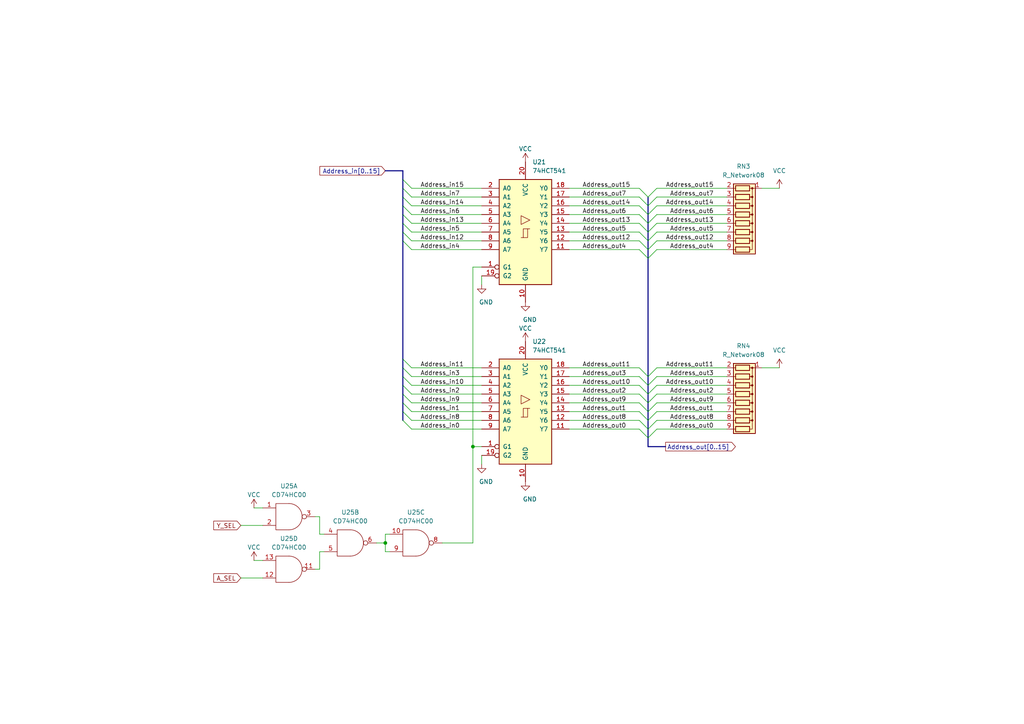
<source format=kicad_sch>
(kicad_sch (version 20211123) (generator eeschema)
  (paper "A4")
  (lib_symbols
    (symbol "74xx:74HCT541" (pin_names (offset 1.016))
      (property "Reference" "U" (at -7.62 16.51 0))
      (property "Value" "74HCT541" (at -7.62 -16.51 0))
      (symbol "74HCT541_1_0"
        (polyline (pts (xy -0.635 -1.6002) (xy -0.635 0.9398) (xy 0.635 0.9398)))
        (polyline (pts (xy -1.27 -1.6002) (xy 0.635 -1.6002) (xy 0.635 0.9398) (xy 1.27 0.9398)))
        (polyline (pts (xy 1.27 3.4798) (xy -1.27 4.7498) (xy -1.27 2.2098) (xy 1.27 3.4798)) (stroke (width 0.1524)))
        (pin input inverted (at -12.7 -10.16 0) (length 5.08) (name "G1") (number "1"))
        (pin power_in line (at 0 -20.32 90) (length 5.08) (name "GND") (number "10"))
        (pin tri_state line (at 12.7 -5.08 180) (length 5.08) (name "Y7") (number "11"))
        (pin tri_state line (at 12.7 -2.54 180) (length 5.08) (name "Y6") (number "12"))
        (pin tri_state line (at 12.7 0 180) (length 5.08) (name "Y5") (number "13"))
        (pin tri_state line (at 12.7 2.54 180) (length 5.08) (name "Y4") (number "14"))
        (pin tri_state line (at 12.7 5.08 180) (length 5.08) (name "Y3") (number "15"))
        (pin tri_state line (at 12.7 7.62 180) (length 5.08) (name "Y2") (number "16"))
        (pin tri_state line (at 12.7 10.16 180) (length 5.08) (name "Y1") (number "17"))
        (pin tri_state line (at 12.7 12.7 180) (length 5.08) (name "Y0") (number "18"))
        (pin input inverted (at -12.7 -12.7 0) (length 5.08) (name "G2") (number "19"))
        (pin input line (at -12.7 12.7 0) (length 5.08) (name "A0") (number "2"))
        (pin power_in line (at 0 20.32 270) (length 5.08) (name "VCC") (number "20"))
        (pin input line (at -12.7 10.16 0) (length 5.08) (name "A1") (number "3"))
        (pin input line (at -12.7 7.62 0) (length 5.08) (name "A2") (number "4"))
        (pin input line (at -12.7 5.08 0) (length 5.08) (name "A3") (number "5"))
        (pin input line (at -12.7 2.54 0) (length 5.08) (name "A4") (number "6"))
        (pin input line (at -12.7 0 0) (length 5.08) (name "A5") (number "7"))
        (pin input line (at -12.7 -2.54 0) (length 5.08) (name "A6") (number "8"))
        (pin input line (at -12.7 -5.08 0) (length 5.08) (name "A7") (number "9"))
      )
      (symbol "74HCT541_1_1"
        (rectangle (start -7.62 15.24) (end 7.62 -15.24) (stroke (width 0.254)) (fill (type background)))
      )
    )
    (symbol "CD74HCXX:CD74HC00" (pin_names (offset 0.762))
      (property "Reference" "U" (at -2.54 6.985 0))
      (property "Value" "CD74HC00" (at 1.27 5.08 0))
      (symbol "CD74HC00_0_0"
        (pin power_in line (at -2.54 2.54 0) (length 0) hide (name "VCC") (number "14"))
        (pin power_in line (at -2.54 -2.54 0) (length 0) hide (name "GND") (number "7"))
      )
      (symbol "CD74HC00_0_1"
        (arc (start 0 -3.81) (mid 3.81 0) (end 0 3.81))
        (polyline (pts (xy 0 3.81) (xy -3.81 3.81) (xy -3.81 -3.81) (xy 0 -3.81)))
      )
      (symbol "CD74HC00_0_2"
        (arc (start -4.445 -3.81) (mid -3.175 0) (end -4.445 3.81))
        (arc (start -3.175 -3.81) (mid 0.803 -2.7954) (end 3.81 0))
        (polyline (pts (xy -4.445 -3.81) (xy -3.175 -3.81)))
        (polyline (pts (xy -4.445 3.81) (xy -3.175 3.81)))
        (arc (start 3.81 0) (mid 0.8099 2.8117) (end -3.175 3.81))
      )
      (symbol "CD74HC00_1_1"
        (pin input line (at -7.62 2.54 0) (length 3.81) (name "~") (number "1"))
        (pin input line (at -7.62 -2.54 0) (length 3.81) (name "~") (number "2"))
        (pin output inverted (at 7.62 0 180) (length 3.81) (name "~") (number "3"))
      )
      (symbol "CD74HC00_1_2"
        (pin input inverted (at -7.62 2.54 0) (length 3.81) (name "~") (number "1"))
        (pin input inverted (at -7.62 -2.54 0) (length 3.81) (name "~") (number "2"))
        (pin output line (at 7.62 0 180) (length 3.81) (name "~") (number "3"))
      )
      (symbol "CD74HC00_2_1"
        (pin input line (at -7.62 2.54 0) (length 3.81) (name "~") (number "4"))
        (pin input line (at -7.62 -2.54 0) (length 3.81) (name "~") (number "5"))
        (pin output inverted (at 7.62 0 180) (length 3.81) (name "~") (number "6"))
      )
      (symbol "CD74HC00_2_2"
        (pin input inverted (at -7.62 2.54 0) (length 3.81) (name "~") (number "4"))
        (pin input inverted (at -7.62 -2.54 0) (length 3.81) (name "~") (number "5"))
        (pin output line (at 7.62 0 180) (length 3.81) (name "~") (number "6"))
      )
      (symbol "CD74HC00_3_1"
        (pin input line (at -7.62 -2.54 0) (length 3.81) (name "~") (number "10"))
        (pin output inverted (at 7.62 0 180) (length 3.81) (name "~") (number "8"))
        (pin input line (at -7.62 2.54 0) (length 3.81) (name "~") (number "9"))
      )
      (symbol "CD74HC00_3_2"
        (pin input inverted (at -7.62 -2.54 0) (length 3.81) (name "~") (number "10"))
        (pin output line (at 7.62 0 180) (length 3.81) (name "~") (number "8"))
        (pin input inverted (at -7.62 2.54 0) (length 3.81) (name "~") (number "9"))
      )
      (symbol "CD74HC00_4_1"
        (pin output inverted (at 7.62 0 180) (length 3.81) (name "~") (number "11"))
        (pin input line (at -7.62 2.54 0) (length 3.81) (name "~") (number "12"))
        (pin input line (at -7.62 -2.54 0) (length 3.81) (name "~") (number "13"))
      )
      (symbol "CD74HC00_4_2"
        (pin output line (at 7.62 0 180) (length 3.81) (name "~") (number "11"))
        (pin input inverted (at -7.62 2.54 0) (length 3.81) (name "~") (number "12"))
        (pin input inverted (at -7.62 -2.54 0) (length 3.81) (name "~") (number "13"))
      )
    )
    (symbol "Device:R_Network08" (pin_names (offset 0) hide)
      (property "Reference" "RN" (at -12.7 0 90))
      (property "Value" "R_Network08" (at 10.16 0 90))
      (symbol "R_Network08_0_1"
        (rectangle (start -11.43 -3.175) (end 8.89 3.175) (stroke (width 0.254)) (fill (type background)))
        (rectangle (start -10.922 1.524) (end -9.398 -2.54) (stroke (width 0.254)))
        (circle (center -10.16 2.286) (radius 0.254) (fill (type outline)))
        (rectangle (start -8.382 1.524) (end -6.858 -2.54) (stroke (width 0.254)))
        (circle (center -7.62 2.286) (radius 0.254) (fill (type outline)))
        (rectangle (start -5.842 1.524) (end -4.318 -2.54) (stroke (width 0.254)))
        (circle (center -5.08 2.286) (radius 0.254) (fill (type outline)))
        (rectangle (start -3.302 1.524) (end -1.778 -2.54) (stroke (width 0.254)))
        (circle (center -2.54 2.286) (radius 0.254) (fill (type outline)))
        (rectangle (start -0.762 1.524) (end 0.762 -2.54) (stroke (width 0.254)))
        (polyline (pts (xy -10.16 -2.54) (xy -10.16 -3.81)))
        (polyline (pts (xy -7.62 -2.54) (xy -7.62 -3.81)))
        (polyline (pts (xy -5.08 -2.54) (xy -5.08 -3.81)))
        (polyline (pts (xy -2.54 -2.54) (xy -2.54 -3.81)))
        (polyline (pts (xy 0 -2.54) (xy 0 -3.81)))
        (polyline (pts (xy 2.54 -2.54) (xy 2.54 -3.81)))
        (polyline (pts (xy 5.08 -2.54) (xy 5.08 -3.81)))
        (polyline (pts (xy 7.62 -2.54) (xy 7.62 -3.81)))
        (polyline (pts (xy -10.16 1.524) (xy -10.16 2.286) (xy -7.62 2.286) (xy -7.62 1.524)))
        (polyline (pts (xy -7.62 1.524) (xy -7.62 2.286) (xy -5.08 2.286) (xy -5.08 1.524)))
        (polyline (pts (xy -5.08 1.524) (xy -5.08 2.286) (xy -2.54 2.286) (xy -2.54 1.524)))
        (polyline (pts (xy -2.54 1.524) (xy -2.54 2.286) (xy 0 2.286) (xy 0 1.524)))
        (polyline (pts (xy 0 1.524) (xy 0 2.286) (xy 2.54 2.286) (xy 2.54 1.524)))
        (polyline (pts (xy 2.54 1.524) (xy 2.54 2.286) (xy 5.08 2.286) (xy 5.08 1.524)))
        (polyline (pts (xy 5.08 1.524) (xy 5.08 2.286) (xy 7.62 2.286) (xy 7.62 1.524)))
        (circle (center 0 2.286) (radius 0.254) (fill (type outline)))
        (rectangle (start 1.778 1.524) (end 3.302 -2.54) (stroke (width 0.254)))
        (circle (center 2.54 2.286) (radius 0.254) (fill (type outline)))
        (rectangle (start 4.318 1.524) (end 5.842 -2.54) (stroke (width 0.254)))
        (circle (center 5.08 2.286) (radius 0.254) (fill (type outline)))
        (rectangle (start 6.858 1.524) (end 8.382 -2.54) (stroke (width 0.254)))
      )
      (symbol "R_Network08_1_1"
        (pin passive line (at -10.16 5.08 270) (length 2.54) (name "common") (number "1"))
        (pin passive line (at -10.16 -5.08 90) (length 1.27) (name "R1") (number "2"))
        (pin passive line (at -7.62 -5.08 90) (length 1.27) (name "R2") (number "3"))
        (pin passive line (at -5.08 -5.08 90) (length 1.27) (name "R3") (number "4"))
        (pin passive line (at -2.54 -5.08 90) (length 1.27) (name "R4") (number "5"))
        (pin passive line (at 0 -5.08 90) (length 1.27) (name "R5") (number "6"))
        (pin passive line (at 2.54 -5.08 90) (length 1.27) (name "R6") (number "7"))
        (pin passive line (at 5.08 -5.08 90) (length 1.27) (name "R7") (number "8"))
        (pin passive line (at 7.62 -5.08 90) (length 1.27) (name "R8") (number "9"))
      )
    )
    (symbol "power:GND" (power) (pin_names (offset 0))
      (property "Value" "GND" (at 0 -3.81 0))
      (symbol "GND_0_1"
        (polyline (pts (xy 0 0) (xy 0 -1.27) (xy 1.27 -1.27) (xy 0 -2.54) (xy -1.27 -1.27) (xy 0 -1.27)))
      )
      (symbol "GND_1_1"
        (pin power_in line (at 0 0 270) (length 0) hide (name "GND") (number "1"))
      )
    )
    (symbol "power:VCC" (power) (pin_names (offset 0))
      (property "Value" "VCC" (at 0 3.81 0))
      (symbol "VCC_0_1"
        (polyline (pts (xy -0.762 1.27) (xy 0 2.54)))
        (polyline (pts (xy 0 0) (xy 0 2.54)))
        (polyline (pts (xy 0 2.54) (xy 0.762 1.27)))
      )
      (symbol "VCC_1_1"
        (pin power_in line (at 0 0 90) (length 0) hide (name "VCC") (number "1"))
      )
    )
  )
  (junction (at 111.76 157.48))
  (junction (at 137.16 129.54))
  (bus_entry (at 116.84 119.38) (size 2.54 2.54))
  (bus_entry (at 116.84 62.23) (size 2.54 2.54))
  (bus_entry (at 187.96 59.69) (size -2.54 -2.54))
  (bus_entry (at 187.96 69.85) (size -2.54 -2.54))
  (bus_entry (at 187.96 124.46) (size 2.54 -2.54))
  (bus_entry (at 187.96 119.38) (size 2.54 -2.54))
  (bus_entry (at 187.96 114.3) (size 2.54 -2.54))
  (bus_entry (at 116.84 114.3) (size 2.54 2.54))
  (bus_entry (at 187.96 116.84) (size 2.54 -2.54))
  (bus_entry (at 187.96 64.77) (size 2.54 -2.54))
  (bus_entry (at 187.96 127) (size -2.54 -2.54))
  (bus_entry (at 116.84 104.14) (size 2.54 2.54))
  (bus_entry (at 187.96 62.23) (size 2.54 -2.54))
  (bus_entry (at 116.84 67.31) (size 2.54 2.54))
  (bus_entry (at 116.84 64.77) (size 2.54 2.54))
  (bus_entry (at 116.84 106.68) (size 2.54 2.54))
  (bus_entry (at 187.96 62.23) (size -2.54 -2.54))
  (bus_entry (at 116.84 109.22) (size 2.54 2.54))
  (bus_entry (at 187.96 59.69) (size 2.54 -2.54))
  (bus_entry (at 116.84 54.61) (size 2.54 2.54))
  (bus_entry (at 187.96 111.76) (size -2.54 -2.54))
  (bus_entry (at 187.96 109.22) (size 2.54 -2.54))
  (bus_entry (at 187.96 116.84) (size -2.54 -2.54))
  (bus_entry (at 187.96 127) (size 2.54 -2.54))
  (bus_entry (at 187.96 109.22) (size -2.54 -2.54))
  (bus_entry (at 116.84 59.69) (size 2.54 2.54))
  (bus_entry (at 116.84 69.85) (size 2.54 2.54))
  (bus_entry (at 187.96 121.92) (size 2.54 -2.54))
  (bus_entry (at 116.84 116.84) (size 2.54 2.54))
  (bus_entry (at 187.96 119.38) (size -2.54 -2.54))
  (bus_entry (at 187.96 72.39) (size -2.54 -2.54))
  (bus_entry (at 187.96 67.31) (size 2.54 -2.54))
  (bus_entry (at 187.96 111.76) (size 2.54 -2.54))
  (bus_entry (at 187.96 67.31) (size -2.54 -2.54))
  (bus_entry (at 116.84 57.15) (size 2.54 2.54))
  (bus_entry (at 116.84 111.76) (size 2.54 2.54))
  (bus_entry (at 187.96 74.93) (size -2.54 -2.54))
  (bus_entry (at 187.96 69.85) (size 2.54 -2.54))
  (bus_entry (at 187.96 57.15) (size 2.54 -2.54))
  (bus_entry (at 187.96 72.39) (size 2.54 -2.54))
  (bus_entry (at 187.96 124.46) (size -2.54 -2.54))
  (bus_entry (at 187.96 74.93) (size 2.54 -2.54))
  (bus_entry (at 187.96 114.3) (size -2.54 -2.54))
  (bus_entry (at 187.96 121.92) (size -2.54 -2.54))
  (bus_entry (at 187.96 57.15) (size -2.54 -2.54))
  (bus_entry (at 116.84 121.92) (size 2.54 2.54))
  (bus_entry (at 187.96 64.77) (size -2.54 -2.54))
  (bus_entry (at 116.84 52.07) (size 2.54 2.54))
  (wire (pts (xy 190.5 67.31) (xy 210.82 67.31)))
  (wire (pts (xy 190.5 57.15) (xy 210.82 57.15)))
  (wire (pts (xy 185.42 124.46) (xy 165.1 124.46)))
  (wire (pts (xy 185.42 72.39) (xy 165.1 72.39)))
  (wire (pts (xy 119.38 114.3) (xy 139.7 114.3)))
  (wire (pts (xy 119.38 62.23) (xy 139.7 62.23)))
  (wire (pts (xy 119.38 69.85) (xy 139.7 69.85)))
  (bus (pts (xy 116.84 52.07) (xy 116.84 49.53)))
  (bus (pts (xy 116.84 109.22) (xy 116.84 106.68)))
  (wire (pts (xy 185.42 59.69) (xy 165.1 59.69)))
  (bus (pts (xy 116.84 121.92) (xy 116.84 119.38)))
  (bus (pts (xy 116.84 104.14) (xy 116.84 69.85)))
  (wire (pts (xy 91.44 149.86) (xy 92.71 149.86)))
  (wire (pts (xy 190.5 69.85) (xy 210.82 69.85)))
  (wire (pts (xy 73.66 147.32) (xy 76.2 147.32)))
  (bus (pts (xy 187.96 116.84) (xy 187.96 119.38)))
  (wire (pts (xy 139.7 80.01) (xy 139.7 82.55)))
  (wire (pts (xy 185.42 67.31) (xy 165.1 67.31)))
  (wire (pts (xy 190.5 59.69) (xy 210.82 59.69)))
  (bus (pts (xy 187.96 114.3) (xy 187.96 116.84)))
  (wire (pts (xy 119.38 59.69) (xy 139.7 59.69)))
  (wire (pts (xy 190.5 54.61) (xy 210.82 54.61)))
  (wire (pts (xy 92.71 160.02) (xy 93.98 160.02)))
  (wire (pts (xy 185.42 64.77) (xy 165.1 64.77)))
  (wire (pts (xy 109.22 157.48) (xy 111.76 157.48)))
  (wire (pts (xy 119.38 119.38) (xy 139.7 119.38)))
  (bus (pts (xy 187.96 69.85) (xy 187.96 72.39)))
  (wire (pts (xy 190.5 109.22) (xy 210.82 109.22)))
  (wire (pts (xy 185.42 62.23) (xy 165.1 62.23)))
  (bus (pts (xy 116.84 59.69) (xy 116.84 57.15)))
  (wire (pts (xy 91.44 165.1) (xy 92.71 165.1)))
  (wire (pts (xy 92.71 154.94) (xy 93.98 154.94)))
  (wire (pts (xy 185.42 114.3) (xy 165.1 114.3)))
  (wire (pts (xy 119.38 124.46) (xy 139.7 124.46)))
  (wire (pts (xy 190.5 62.23) (xy 210.82 62.23)))
  (bus (pts (xy 116.84 119.38) (xy 116.84 116.84)))
  (wire (pts (xy 137.16 157.48) (xy 128.27 157.48)))
  (wire (pts (xy 185.42 119.38) (xy 165.1 119.38)))
  (wire (pts (xy 137.16 129.54) (xy 137.16 157.48)))
  (bus (pts (xy 111.76 49.53) (xy 116.84 49.53)))
  (wire (pts (xy 185.42 106.68) (xy 165.1 106.68)))
  (wire (pts (xy 190.5 111.76) (xy 210.82 111.76)))
  (wire (pts (xy 119.38 67.31) (xy 139.7 67.31)))
  (bus (pts (xy 116.84 54.61) (xy 116.84 52.07)))
  (wire (pts (xy 69.85 167.64) (xy 76.2 167.64)))
  (bus (pts (xy 116.84 69.85) (xy 116.84 67.31)))
  (wire (pts (xy 190.5 106.68) (xy 210.82 106.68)))
  (bus (pts (xy 187.96 129.54) (xy 193.04 129.54)))
  (wire (pts (xy 69.85 152.4) (xy 76.2 152.4)))
  (wire (pts (xy 185.42 69.85) (xy 165.1 69.85)))
  (wire (pts (xy 119.38 72.39) (xy 139.7 72.39)))
  (wire (pts (xy 119.38 109.22) (xy 139.7 109.22)))
  (wire (pts (xy 190.5 72.39) (xy 210.82 72.39)))
  (wire (pts (xy 137.16 129.54) (xy 139.7 129.54)))
  (wire (pts (xy 185.42 111.76) (xy 165.1 111.76)))
  (bus (pts (xy 187.96 124.46) (xy 187.96 127)))
  (wire (pts (xy 190.5 119.38) (xy 210.82 119.38)))
  (wire (pts (xy 119.38 106.68) (xy 139.7 106.68)))
  (bus (pts (xy 187.96 109.22) (xy 187.96 111.76)))
  (bus (pts (xy 116.84 111.76) (xy 116.84 109.22)))
  (wire (pts (xy 137.16 77.47) (xy 137.16 129.54)))
  (bus (pts (xy 116.84 62.23) (xy 116.84 59.69)))
  (bus (pts (xy 187.96 121.92) (xy 187.96 124.46)))
  (bus (pts (xy 187.96 64.77) (xy 187.96 67.31)))
  (wire (pts (xy 190.5 114.3) (xy 210.82 114.3)))
  (wire (pts (xy 119.38 57.15) (xy 139.7 57.15)))
  (wire (pts (xy 185.42 57.15) (xy 165.1 57.15)))
  (wire (pts (xy 119.38 121.92) (xy 139.7 121.92)))
  (bus (pts (xy 116.84 106.68) (xy 116.84 104.14)))
  (bus (pts (xy 187.96 111.76) (xy 187.96 114.3)))
  (bus (pts (xy 187.96 72.39) (xy 187.96 74.93)))
  (wire (pts (xy 119.38 111.76) (xy 139.7 111.76)))
  (bus (pts (xy 187.96 67.31) (xy 187.96 69.85)))
  (wire (pts (xy 185.42 116.84) (xy 165.1 116.84)))
  (bus (pts (xy 116.84 116.84) (xy 116.84 114.3)))
  (wire (pts (xy 111.76 154.94) (xy 113.03 154.94)))
  (wire (pts (xy 185.42 54.61) (xy 165.1 54.61)))
  (bus (pts (xy 187.96 127) (xy 187.96 129.54)))
  (wire (pts (xy 73.66 162.56) (xy 76.2 162.56)))
  (wire (pts (xy 111.76 157.48) (xy 111.76 154.94)))
  (bus (pts (xy 187.96 62.23) (xy 187.96 64.77)))
  (bus (pts (xy 187.96 57.15) (xy 187.96 59.69)))
  (wire (pts (xy 185.42 121.92) (xy 165.1 121.92)))
  (wire (pts (xy 139.7 77.47) (xy 137.16 77.47)))
  (wire (pts (xy 190.5 116.84) (xy 210.82 116.84)))
  (wire (pts (xy 113.03 160.02) (xy 111.76 160.02)))
  (bus (pts (xy 116.84 64.77) (xy 116.84 62.23)))
  (wire (pts (xy 190.5 64.77) (xy 210.82 64.77)))
  (bus (pts (xy 116.84 57.15) (xy 116.84 54.61)))
  (wire (pts (xy 139.7 132.08) (xy 139.7 134.62)))
  (bus (pts (xy 187.96 119.38) (xy 187.96 121.92)))
  (wire (pts (xy 185.42 109.22) (xy 165.1 109.22)))
  (bus (pts (xy 187.96 59.69) (xy 187.96 62.23)))
  (bus (pts (xy 187.96 74.93) (xy 187.96 109.22)))
  (wire (pts (xy 119.38 64.77) (xy 139.7 64.77)))
  (wire (pts (xy 226.06 106.68) (xy 220.98 106.68)))
  (wire (pts (xy 92.71 165.1) (xy 92.71 160.02)))
  (wire (pts (xy 119.38 54.61) (xy 139.7 54.61)))
  (bus (pts (xy 116.84 67.31) (xy 116.84 64.77)))
  (wire (pts (xy 111.76 157.48) (xy 111.76 160.02)))
  (wire (pts (xy 226.06 54.61) (xy 220.98 54.61)))
  (wire (pts (xy 92.71 149.86) (xy 92.71 154.94)))
  (wire (pts (xy 190.5 121.92) (xy 210.82 121.92)))
  (wire (pts (xy 119.38 116.84) (xy 139.7 116.84)))
  (wire (pts (xy 190.5 124.46) (xy 210.82 124.46)))
  (bus (pts (xy 116.84 114.3) (xy 116.84 111.76)))
  (label "Address_in4" (at 121.92 72.39 0))
  (label "Address_out4" (at 168.91 72.39 0))
  (label "Address_out6" (at 168.91 62.23 0))
  (label "Address_out4" (at 207.01 72.39 180))
  (label "Address_in11" (at 121.92 106.68 0))
  (label "Address_out10" (at 207.01 111.76 180))
  (label "Address_out5" (at 168.91 67.31 0))
  (label "Address_out7" (at 168.91 57.15 0))
  (label "Address_in15" (at 121.92 54.61 0))
  (label "Address_out2" (at 207.01 114.3 180))
  (label "Address_out0" (at 168.91 124.46 0))
  (label "Address_in1" (at 121.92 119.38 0))
  (label "Address_out11" (at 168.91 106.68 0))
  (label "Address_out3" (at 207.01 109.22 180))
  (label "Address_in5" (at 121.92 67.31 0))
  (label "Address_in7" (at 121.92 57.15 0))
  (label "Address_in9" (at 121.92 116.84 0))
  (label "Address_out15" (at 207.01 54.61 180))
  (label "Address_out10" (at 168.91 111.76 0))
  (label "Address_out7" (at 207.01 57.15 180))
  (label "Address_out14" (at 168.91 59.69 0))
  (label "Address_out8" (at 207.01 121.92 180))
  (label "Address_out12" (at 168.91 69.85 0))
  (label "Address_out1" (at 207.01 119.38 180))
  (label "Address_in3" (at 121.92 109.22 0))
  (label "Address_out6" (at 207.01 62.23 180))
  (label "Address_out9" (at 207.01 116.84 180))
  (label "Address_in8" (at 121.92 121.92 0))
  (label "Address_in2" (at 121.92 114.3 0))
  (label "Address_in0" (at 121.92 124.46 0))
  (label "Address_out13" (at 168.91 64.77 0))
  (label "Address_in6" (at 121.92 62.23 0))
  (label "Address_out3" (at 168.91 109.22 0))
  (label "Address_out5" (at 207.01 67.31 180))
  (label "Address_in10" (at 121.92 111.76 0))
  (label "Address_out11" (at 207.01 106.68 180))
  (label "Address_out13" (at 207.01 64.77 180))
  (label "Address_out2" (at 168.91 114.3 0))
  (label "Address_in14" (at 121.92 59.69 0))
  (label "Address_out14" (at 207.01 59.69 180))
  (label "Address_out8" (at 168.91 121.92 0))
  (label "Address_in12" (at 121.92 69.85 0))
  (label "Address_out12" (at 207.01 69.85 180))
  (label "Address_out0" (at 207.01 124.46 180))
  (label "Address_out1" (at 168.91 119.38 0))
  (label "Address_out15" (at 168.91 54.61 0))
  (label "Address_out9" (at 168.91 116.84 0))
  (label "Address_in13" (at 121.92 64.77 0))
  (global_label "Address_in[0..15]" (shape input) (at 111.76 49.53 180) (property "Intersheet References" "${INTERSHEET_REFS}" (effects hide)))
  (global_label "A_SEL" (shape input) (at 69.85 167.64 180) (property "Intersheet References" "${INTERSHEET_REFS}" (effects hide)))
  (global_label "Y_SEL" (shape input) (at 69.85 152.4 180) (property "Intersheet References" "${INTERSHEET_REFS}" (effects hide)))
  (global_label "Address_out[0..15]" (shape output) (at 193.04 129.54 0) (property "Intersheet References" "${INTERSHEET_REFS}" (effects hide)))
  (symbol (lib_id "power:VCC") (at 226.06 54.61 0) (unit 1)
    (property "Reference" "#PWR037" (effects hide))
    (property "Value" "VCC" (at 226.06 49.53 0))
  )
  (symbol (lib_id "power:VCC") (at 152.4 99.06 0) (mirror y) (unit 1)
    (property "Reference" "#PWR027" (effects hide))
    (property "Value" "VCC" (at 152.4 95.25 0))
  )
  (symbol (lib_id "power:VCC") (at 73.66 147.32 0) (mirror y) (unit 1)
    (property "Reference" "#PWR035" (effects hide))
    (property "Value" "VCC" (at 73.66 143.51 0))
  )
  (symbol (lib_id "Device:R_Network08") (at 215.9 64.77 270) (unit 1)
    (property "Reference" "RN3" (at 215.646 48.26 90))
    (property "Value" "R_Network08" (at 215.646 50.8 90))
    (property "Footprint" "Resistor_THT:R_Array_SIP9" (effects hide))
    (property "Datasheet" "http://www.vishay.com/docs/31509/csc.pdf" (effects hide))
  )
  (symbol (lib_id "74xx:74HCT541") (at 152.4 119.38 0) (unit 1)
    (property "Reference" "U22" (at 154.4194 99.06 0) (effects (justify left)))
    (property "Value" "74HCT541" (at 154.4194 101.6 0) (effects (justify left)))
    (property "Footprint" "Package_DIP:DIP-20_W7.62mm" (effects hide))
    (property "Datasheet" "http://www.ti.com/lit/gpn/sn74HCT541" (effects hide))
  )
  (symbol (lib_id "Device:R_Network08") (at 215.9 116.84 270) (unit 1)
    (property "Reference" "RN4" (at 215.646 100.33 90))
    (property "Value" "R_Network08" (at 215.646 102.87 90))
    (property "Footprint" "Resistor_THT:R_Array_SIP9" (effects hide))
    (property "Datasheet" "http://www.vishay.com/docs/31509/csc.pdf" (effects hide))
  )
  (symbol (lib_id "power:VCC") (at 152.4 46.99 0) (mirror y) (unit 1)
    (property "Reference" "#PWR015" (effects hide))
    (property "Value" "VCC" (at 152.4 43.18 0))
  )
  (symbol (lib_id "CD74HCXX:CD74HC00") (at 83.82 149.86 0) (unit 1)
    (property "Reference" "U25" (at 83.82 140.97 0))
    (property "Value" "CD74HC00" (at 83.82 143.51 0))
    (property "Footprint" "Package_DIP:DIP-14_W7.62mm" (effects hide))
  )
  (symbol (lib_id "power:GND") (at 139.7 82.55 0) (unit 1)
    (property "Reference" "#PWR029" (effects hide))
    (property "Value" "GND" (at 140.97 87.63 0))
  )
  (symbol (lib_id "74xx:74HCT541") (at 152.4 67.31 0) (unit 1)
    (property "Reference" "U21" (at 154.4194 46.99 0) (effects (justify left)))
    (property "Value" "74HCT541" (at 154.4194 49.53 0) (effects (justify left)))
    (property "Footprint" "Package_DIP:DIP-20_W7.62mm" (effects hide))
    (property "Datasheet" "http://www.ti.com/lit/gpn/sn74HCT541" (effects hide))
  )
  (symbol (lib_id "power:VCC") (at 226.06 106.68 0) (unit 1)
    (property "Reference" "#PWR038" (effects hide))
    (property "Value" "VCC" (at 226.06 101.6 0))
  )
  (symbol (lib_id "power:VCC") (at 73.66 162.56 0) (mirror y) (unit 1)
    (property "Reference" "#PWR036" (effects hide))
    (property "Value" "VCC" (at 73.66 158.75 0))
  )
  (symbol (lib_id "power:GND") (at 139.7 134.62 0) (unit 1)
    (property "Reference" "#PWR034" (effects hide))
    (property "Value" "GND" (at 140.97 139.7 0))
  )
  (symbol (lib_id "power:GND") (at 152.4 87.63 0) (unit 1)
    (property "Reference" "#PWR026" (effects hide))
    (property "Value" "GND" (at 153.67 92.71 0))
  )
  (symbol (lib_id "CD74HCXX:CD74HC00") (at 83.82 165.1 0) (mirror x) (unit 4)
    (property "Reference" "U25" (at 83.82 156.21 0))
    (property "Value" "CD74HC00" (at 83.82 158.75 0))
    (property "Footprint" "Package_DIP:DIP-14_W7.62mm" (effects hide))
  )
  (symbol (lib_id "CD74HCXX:CD74HC00") (at 101.6 157.48 0) (unit 2)
    (property "Reference" "U25" (at 101.6 148.59 0))
    (property "Value" "CD74HC00" (at 101.6 151.13 0))
    (property "Footprint" "Package_DIP:DIP-14_W7.62mm" (effects hide))
  )
  (symbol (lib_id "CD74HCXX:CD74HC00") (at 120.65 157.48 0) (mirror x) (unit 3)
    (property "Reference" "U25" (at 120.65 148.59 0))
    (property "Value" "CD74HC00" (at 120.65 151.13 0))
    (property "Footprint" "Package_DIP:DIP-14_W7.62mm" (effects hide))
  )
  (symbol (lib_id "power:GND") (at 152.4 139.7 0) (unit 1)
    (property "Reference" "#PWR028" (effects hide))
    (property "Value" "GND" (at 153.67 144.78 0))
  )
)
</source>
